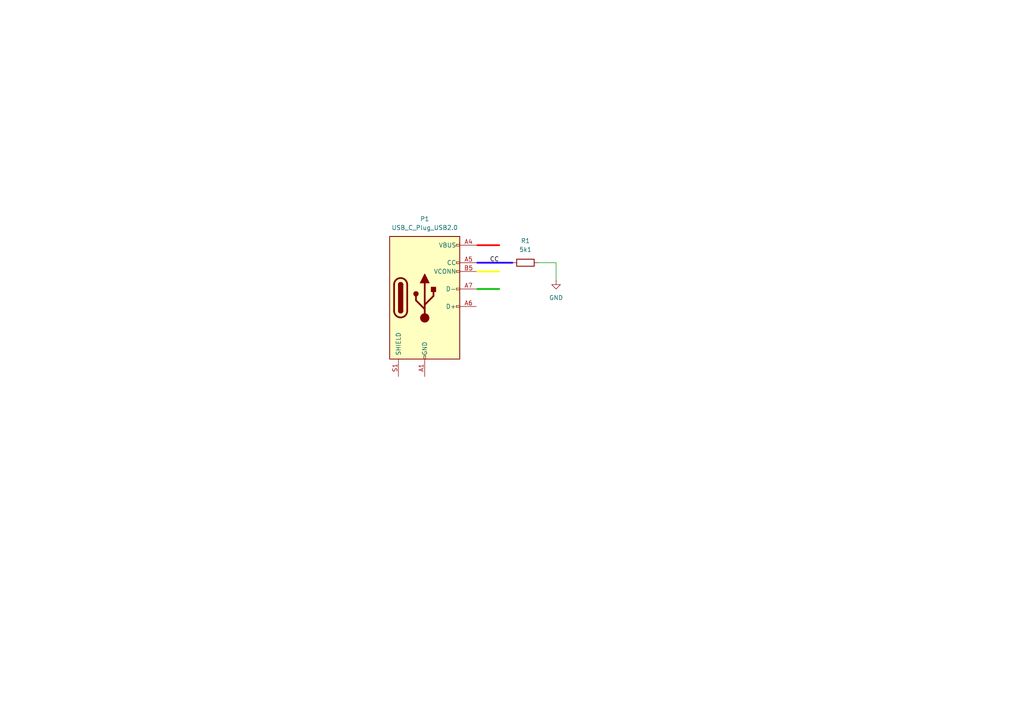
<source format=kicad_sch>
(kicad_sch (version 20250114) (generator "eeschema") (generator_version "9.0")
  (paper "A4")
  (lib_symbols
    (symbol "Connector:USB_C_Plug_USB2.0" (pin_names (offset 1.016))
      (property "Reference" "P" (at -10.16 19.05 0))
      (property "Value" "USB_C_Plug_USB2.0" (at 12.7 19.05 0))
      (symbol "USB_C_Plug_USB2.0_0_0"
        (rectangle (start -0.254 -17.78) (end 0.254 -16.764))
        (rectangle (start 10.16 15.494) (end 9.144 14.986))
        (rectangle (start 10.16 10.414) (end 9.144 9.906))
        (rectangle (start 10.16 7.874) (end 9.144 7.366))
        (rectangle (start 10.16 2.794) (end 9.144 2.286))
        (rectangle (start 10.16 -2.286) (end 9.144 -2.794))
      )
      (symbol "USB_C_Plug_USB2.0_0_1"
        (rectangle (start -10.16 17.78) (end 10.16 -17.78) (stroke (width 0.254)) (fill (type background)))
        (polyline (pts (xy -8.89 -3.81) (xy -8.89 3.81)) (stroke (width 0.508)))
        (rectangle (start -7.62 -3.81) (end -6.35 3.81) (stroke (width 0.254)) (fill (type outline)))
        (arc (start -7.62 3.81) (mid -6.985 4.4423) (end -6.35 3.81) (stroke (width 0.254)))
        (arc (start -7.62 3.81) (mid -6.985 4.4423) (end -6.35 3.81) (stroke (width 0.254)) (fill (type outline)))
        (arc (start -8.89 3.81) (mid -6.985 5.7067) (end -5.08 3.81) (stroke (width 0.508)))
        (arc (start -5.08 -3.81) (mid -6.985 -5.7067) (end -8.89 -3.81) (stroke (width 0.508)))
        (arc (start -6.35 -3.81) (mid -6.985 -4.4423) (end -7.62 -3.81) (stroke (width 0.254)))
        (arc (start -6.35 -3.81) (mid -6.985 -4.4423) (end -7.62 -3.81) (stroke (width 0.254)) (fill (type outline)))
        (polyline (pts (xy -5.08 3.81) (xy -5.08 -3.81)) (stroke (width 0.508)))
        (circle (center -2.54 1.143) (radius 0.635) (stroke (width 0.254)) (fill (type outline)))
        (polyline (pts (xy -1.27 4.318) (xy 0 6.858) (xy 1.27 4.318) (xy -1.27 4.318)) (stroke (width 0.254)) (fill (type outline)))
        (polyline (pts (xy 0 -2.032) (xy 2.54 0.508) (xy 2.54 1.778)) (stroke (width 0.508)))
        (polyline (pts (xy 0 -3.302) (xy -2.54 -0.762) (xy -2.54 0.508)) (stroke (width 0.508)))
        (polyline (pts (xy 0 -5.842) (xy 0 4.318)) (stroke (width 0.508)))
        (circle (center 0 -5.842) (radius 1.27) (fill (type outline)))
        (rectangle (start 1.905 1.778) (end 3.175 3.048) (stroke (width 0.254)) (fill (type outline)))
      )
      (symbol "USB_C_Plug_USB2.0_1_1"
        (pin passive line (at -7.62 -22.86 90) (length 5.08) (name "SHIELD") (number "S1"))
        (pin passive line (at 0 -22.86 90) (length 5.08) (name "GND") (number "A1"))
        (pin passive line (at 0 -22.86 90) (length 5.08) (hide yes) (name "GND") (number "A12"))
        (pin passive line (at 0 -22.86 90) (length 5.08) (hide yes) (name "GND") (number "B1"))
        (pin passive line (at 0 -22.86 90) (length 5.08) (hide yes) (name "GND") (number "B12"))
        (pin passive line (at 15.24 15.24 180) (length 5.08) (name "VBUS") (number "A4"))
        (pin passive line (at 15.24 15.24 180) (length 5.08) (hide yes) (name "VBUS") (number "A9"))
        (pin passive line (at 15.24 15.24 180) (length 5.08) (hide yes) (name "VBUS") (number "B4"))
        (pin passive line (at 15.24 15.24 180) (length 5.08) (hide yes) (name "VBUS") (number "B9"))
        (pin bidirectional line (at 15.24 10.16 180) (length 5.08) (name "CC") (number "A5"))
        (pin bidirectional line (at 15.24 7.62 180) (length 5.08) (name "VCONN") (number "B5"))
        (pin bidirectional line (at 15.24 2.54 180) (length 5.08) (name "D-") (number "A7"))
        (pin bidirectional line (at 15.24 -2.54 180) (length 5.08) (name "D+") (number "A6"))
      )
    )
    (symbol "Device:R" (pin_numbers (hide yes)) (pin_names (offset 0))
      (property "Reference" "R" (at 2.032 0 90))
      (property "Value" "R" (at 0 0 90))
      (symbol "R_0_1"
        (rectangle (start -1.016 -2.54) (end 1.016 2.54) (stroke (width 0.254)))
      )
      (symbol "R_1_1"
        (pin passive line (at 0 3.81 270) (length 1.27) (name "~") (number "1"))
        (pin passive line (at 0 -3.81 90) (length 1.27) (name "~") (number "2"))
      )
    )
    (symbol "power:GND" (power) (pin_numbers (hide yes)) (pin_names (offset 0) (hide yes))
      (property "Value" "GND" (at 0 -3.81 0))
      (symbol "GND_0_1"
        (polyline (pts (xy 0 0) (xy 0 -1.27) (xy 1.27 -1.27) (xy 0 -2.54) (xy -1.27 -1.27) (xy 0 -1.27)))
      )
      (symbol "GND_1_1"
        (pin power_in line (at 0 0 270) (length 0) (name "~") (number "1"))
      )
    )
  )
  (wire (pts (xy 144.78 71.12) (xy 138.43 71.12)) (stroke (width 0.508) (color 255 0 0 1)))
  (wire (pts (xy 148.59 76.2) (xy 144.78 76.2)))
  (wire (pts (xy 161.29 76.2) (xy 161.29 81.28)))
  (wire (pts (xy 156.21 76.2) (xy 161.29 76.2)))
  (wire (pts (xy 144.78 88.9) (xy 138.43 88.9)) (stroke (width 0.508) (color 255 255 255 1)))
  (wire (pts (xy 148.59 76.2) (xy 138.43 76.2)) (stroke (width 0.508) (color 32 0 255 1)))
  (wire (pts (xy 144.78 83.82) (xy 138.43 83.82)) (stroke (width 0.508) (color 0 194 0 1)))
  (wire (pts (xy 144.78 78.74) (xy 138.43 78.74)) (stroke (width 0.508) (color 255 255 0 1)))
  (label "CC" (at 144.78 76.2 180))
  (symbol (lib_id "power:GND") (at 161.29 81.28 0) (unit 1)
    (property "Reference" "#PWR01" (effects (hide yes)))
    (property "Value" "GND" (at 161.29 86.36 0))
    (property "Description" "Power symbol creates a global label with name \"GND\" , ground" (effects (hide yes)))
  )
  (symbol (lib_id "Device:R") (at 152.4 76.2 90) (unit 1)
    (property "Reference" "R1" (at 152.4 69.85 90))
    (property "Value" "5k1" (at 152.4 72.39 90))
    (property "Description" "Resistor" (effects (hide yes)))
  )
  (symbol (lib_id "Connector:USB_C_Plug_USB2.0") (at 123.19 86.36 0) (unit 1)
    (property "Reference" "P1" (at 123.19 63.5 0))
    (property "Value" "USB_C_Plug_USB2.0" (at 123.19 66.04 0))
    (property "Datasheet" "https://www.usb.org/sites/default/files/documents/usb_type-c.zip" (effects (hide yes)))
    (property "Description" "USB 2.0-only Type-C Plug connector" (effects (hide yes)))
  )
)
</source>
